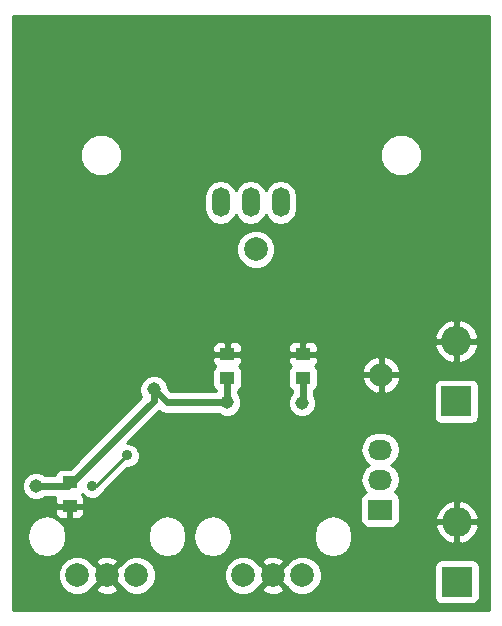
<source format=gbl>
G04 #@! TF.FileFunction,Copper,L2,Bot,Signal*
%FSLAX46Y46*%
G04 Gerber Fmt 4.6, Leading zero omitted, Abs format (unit mm)*
G04 Created by KiCad (PCBNEW 4.0.4+e1-6308~48~ubuntu14.04.1-stable) date Sat Oct 22 18:10:56 2016*
%MOMM*%
%LPD*%
G01*
G04 APERTURE LIST*
%ADD10C,0.100000*%
%ADD11R,1.250000X1.000000*%
%ADD12R,2.032000X1.727200*%
%ADD13O,2.032000X1.727200*%
%ADD14O,1.501140X2.499360*%
%ADD15C,1.998980*%
%ADD16C,2.000000*%
%ADD17R,2.540000X2.540000*%
%ADD18O,2.540000X2.540000*%
%ADD19C,1.143000*%
%ADD20C,0.889000*%
%ADD21C,0.609600*%
%ADD22C,0.254000*%
G04 APERTURE END LIST*
D10*
D11*
X144142460Y-80500980D03*
X144142460Y-82500980D03*
X163901120Y-71652640D03*
X163901120Y-69652640D03*
X157500320Y-71652640D03*
X157500320Y-69652640D03*
D12*
X170434000Y-82804000D03*
D13*
X170434000Y-80264000D03*
X170434000Y-77724000D03*
D14*
X159473900Y-56794400D03*
X156933900Y-56794400D03*
X162013900Y-56794400D03*
D15*
X159905700Y-60769500D03*
X170512302Y-71376102D03*
D16*
X144807300Y-88366600D03*
X147307300Y-88366600D03*
X149807300Y-88366600D03*
X158853500Y-88366600D03*
X161353500Y-88366600D03*
X163853500Y-88366600D03*
D17*
X176936400Y-88912700D03*
D18*
X176936400Y-83832700D03*
D17*
X176888140Y-73619360D03*
D18*
X176888140Y-68539360D03*
D19*
X157467300Y-73723500D03*
X151262080Y-72623680D03*
X141335760Y-80802480D03*
X160705800Y-77457300D03*
X163819840Y-73781920D03*
D20*
X146060160Y-80792320D03*
X148986240Y-78211680D03*
D21*
X157467300Y-73723500D02*
X157467300Y-71685660D01*
X157467300Y-71685660D02*
X157500320Y-71652640D01*
X141335760Y-80802480D02*
X144023840Y-80802480D01*
X144023840Y-80802480D02*
X151262080Y-73564240D01*
X151262080Y-73564240D02*
X151262080Y-72623680D01*
X157467300Y-73723500D02*
X152361900Y-73723500D01*
X152361900Y-73723500D02*
X151262080Y-72623680D01*
X151262080Y-72623680D02*
X151262080Y-72644000D01*
X141335760Y-80802480D02*
X141343380Y-80802480D01*
X163901120Y-73700640D02*
X163901120Y-71652640D01*
X163819840Y-73781920D02*
X163901120Y-73700640D01*
D22*
X146405600Y-80792320D02*
X146060160Y-80792320D01*
X148986240Y-78211680D02*
X146405600Y-80792320D01*
G36*
X179655000Y-91263000D02*
X139394400Y-91263000D01*
X139394400Y-88690395D01*
X143172016Y-88690395D01*
X143420406Y-89291543D01*
X143879937Y-89751878D01*
X144480652Y-90001316D01*
X145131095Y-90001884D01*
X145732243Y-89753494D01*
X145967015Y-89519132D01*
X146334373Y-89519132D01*
X146433036Y-89785987D01*
X147042761Y-90012508D01*
X147692760Y-89988456D01*
X148181564Y-89785987D01*
X148280227Y-89519132D01*
X147307300Y-88546205D01*
X146334373Y-89519132D01*
X145967015Y-89519132D01*
X146149052Y-89337413D01*
X146154768Y-89339527D01*
X147127695Y-88366600D01*
X147486905Y-88366600D01*
X148459832Y-89339527D01*
X148466022Y-89337239D01*
X148879937Y-89751878D01*
X149480652Y-90001316D01*
X150131095Y-90001884D01*
X150732243Y-89753494D01*
X151192578Y-89293963D01*
X151442016Y-88693248D01*
X151442018Y-88690395D01*
X157218216Y-88690395D01*
X157466606Y-89291543D01*
X157926137Y-89751878D01*
X158526852Y-90001316D01*
X159177295Y-90001884D01*
X159778443Y-89753494D01*
X160013215Y-89519132D01*
X160380573Y-89519132D01*
X160479236Y-89785987D01*
X161088961Y-90012508D01*
X161738960Y-89988456D01*
X162227764Y-89785987D01*
X162326427Y-89519132D01*
X161353500Y-88546205D01*
X160380573Y-89519132D01*
X160013215Y-89519132D01*
X160195252Y-89337413D01*
X160200968Y-89339527D01*
X161173895Y-88366600D01*
X161533105Y-88366600D01*
X162506032Y-89339527D01*
X162512222Y-89337239D01*
X162926137Y-89751878D01*
X163526852Y-90001316D01*
X164177295Y-90001884D01*
X164778443Y-89753494D01*
X165238778Y-89293963D01*
X165488216Y-88693248D01*
X165488784Y-88042805D01*
X165323464Y-87642700D01*
X175018960Y-87642700D01*
X175018960Y-90182700D01*
X175063238Y-90418017D01*
X175202310Y-90634141D01*
X175414510Y-90779131D01*
X175666400Y-90830140D01*
X178206400Y-90830140D01*
X178441717Y-90785862D01*
X178657841Y-90646790D01*
X178802831Y-90434590D01*
X178853840Y-90182700D01*
X178853840Y-87642700D01*
X178809562Y-87407383D01*
X178670490Y-87191259D01*
X178458290Y-87046269D01*
X178206400Y-86995260D01*
X175666400Y-86995260D01*
X175431083Y-87039538D01*
X175214959Y-87178610D01*
X175069969Y-87390810D01*
X175018960Y-87642700D01*
X165323464Y-87642700D01*
X165240394Y-87441657D01*
X164780863Y-86981322D01*
X164180148Y-86731884D01*
X163529705Y-86731316D01*
X162928557Y-86979706D01*
X162511748Y-87395787D01*
X162506032Y-87393673D01*
X161533105Y-88366600D01*
X161173895Y-88366600D01*
X160200968Y-87393673D01*
X160194778Y-87395961D01*
X160013203Y-87214068D01*
X160380573Y-87214068D01*
X161353500Y-88186995D01*
X162326427Y-87214068D01*
X162227764Y-86947213D01*
X161618039Y-86720692D01*
X160968040Y-86744744D01*
X160479236Y-86947213D01*
X160380573Y-87214068D01*
X160013203Y-87214068D01*
X159780863Y-86981322D01*
X159180148Y-86731884D01*
X158529705Y-86731316D01*
X157928557Y-86979706D01*
X157468222Y-87439237D01*
X157218784Y-88039952D01*
X157218216Y-88690395D01*
X151442018Y-88690395D01*
X151442584Y-88042805D01*
X151194194Y-87441657D01*
X150734663Y-86981322D01*
X150133948Y-86731884D01*
X149483505Y-86731316D01*
X148882357Y-86979706D01*
X148465548Y-87395787D01*
X148459832Y-87393673D01*
X147486905Y-88366600D01*
X147127695Y-88366600D01*
X146154768Y-87393673D01*
X146148578Y-87395961D01*
X145967003Y-87214068D01*
X146334373Y-87214068D01*
X147307300Y-88186995D01*
X148280227Y-87214068D01*
X148181564Y-86947213D01*
X147571839Y-86720692D01*
X146921840Y-86744744D01*
X146433036Y-86947213D01*
X146334373Y-87214068D01*
X145967003Y-87214068D01*
X145734663Y-86981322D01*
X145133948Y-86731884D01*
X144483505Y-86731316D01*
X143882357Y-86979706D01*
X143422022Y-87439237D01*
X143172584Y-88039952D01*
X143172016Y-88690395D01*
X139394400Y-88690395D01*
X139394400Y-84932609D01*
X140572300Y-84932609D01*
X140572300Y-85200591D01*
X140696757Y-85826278D01*
X141051180Y-86356711D01*
X141581613Y-86711134D01*
X142207300Y-86835591D01*
X142832987Y-86711134D01*
X143363420Y-86356711D01*
X143717843Y-85826278D01*
X143842300Y-85200591D01*
X143842300Y-84932609D01*
X150772300Y-84932609D01*
X150772300Y-85200591D01*
X150896757Y-85826278D01*
X151251180Y-86356711D01*
X151781613Y-86711134D01*
X152407300Y-86835591D01*
X153032987Y-86711134D01*
X153563420Y-86356711D01*
X153917843Y-85826278D01*
X154042300Y-85200591D01*
X154042300Y-84932609D01*
X154618500Y-84932609D01*
X154618500Y-85200591D01*
X154742957Y-85826278D01*
X155097380Y-86356711D01*
X155627813Y-86711134D01*
X156253500Y-86835591D01*
X156879187Y-86711134D01*
X157409620Y-86356711D01*
X157764043Y-85826278D01*
X157888500Y-85200591D01*
X157888500Y-84932609D01*
X164818500Y-84932609D01*
X164818500Y-85200591D01*
X164942957Y-85826278D01*
X165297380Y-86356711D01*
X165827813Y-86711134D01*
X166453500Y-86835591D01*
X167079187Y-86711134D01*
X167609620Y-86356711D01*
X167964043Y-85826278D01*
X168088500Y-85200591D01*
X168088500Y-84932609D01*
X167964043Y-84306922D01*
X167609620Y-83776489D01*
X167079187Y-83422066D01*
X166453500Y-83297609D01*
X165827813Y-83422066D01*
X165297380Y-83776489D01*
X164942957Y-84306922D01*
X164818500Y-84932609D01*
X157888500Y-84932609D01*
X157764043Y-84306922D01*
X157409620Y-83776489D01*
X156879187Y-83422066D01*
X156253500Y-83297609D01*
X155627813Y-83422066D01*
X155097380Y-83776489D01*
X154742957Y-84306922D01*
X154618500Y-84932609D01*
X154042300Y-84932609D01*
X153917843Y-84306922D01*
X153563420Y-83776489D01*
X153032987Y-83422066D01*
X152407300Y-83297609D01*
X151781613Y-83422066D01*
X151251180Y-83776489D01*
X150896757Y-84306922D01*
X150772300Y-84932609D01*
X143842300Y-84932609D01*
X143717843Y-84306922D01*
X143363420Y-83776489D01*
X142832987Y-83422066D01*
X142207300Y-83297609D01*
X141581613Y-83422066D01*
X141051180Y-83776489D01*
X140696757Y-84306922D01*
X140572300Y-84932609D01*
X139394400Y-84932609D01*
X139394400Y-82786730D01*
X142882460Y-82786730D01*
X142882460Y-83127289D01*
X142979133Y-83360678D01*
X143157761Y-83539307D01*
X143391150Y-83635980D01*
X143856710Y-83635980D01*
X144015460Y-83477230D01*
X144015460Y-82627980D01*
X144269460Y-82627980D01*
X144269460Y-83477230D01*
X144428210Y-83635980D01*
X144893770Y-83635980D01*
X145127159Y-83539307D01*
X145305787Y-83360678D01*
X145402460Y-83127289D01*
X145402460Y-82786730D01*
X145243710Y-82627980D01*
X144269460Y-82627980D01*
X144015460Y-82627980D01*
X143041210Y-82627980D01*
X142882460Y-82786730D01*
X139394400Y-82786730D01*
X139394400Y-81041415D01*
X140129051Y-81041415D01*
X140312342Y-81485015D01*
X140651440Y-81824705D01*
X141094719Y-82008770D01*
X141574695Y-82009189D01*
X142018295Y-81825898D01*
X142102059Y-81742280D01*
X142937298Y-81742280D01*
X142882460Y-81874671D01*
X142882460Y-82215230D01*
X143041210Y-82373980D01*
X144015460Y-82373980D01*
X144015460Y-82353980D01*
X144269460Y-82353980D01*
X144269460Y-82373980D01*
X145243710Y-82373980D01*
X145402460Y-82215230D01*
X145402460Y-81874671D01*
X145305787Y-81641282D01*
X145164550Y-81500044D01*
X145211304Y-81469959D01*
X145447874Y-81706942D01*
X145844492Y-81871633D01*
X146273944Y-81872007D01*
X146670849Y-81708009D01*
X146974782Y-81404606D01*
X147048517Y-81227033D01*
X148984371Y-79291179D01*
X149200024Y-79291367D01*
X149596929Y-79127369D01*
X149900862Y-78823966D01*
X150065553Y-78427348D01*
X150065927Y-77997896D01*
X149952756Y-77724000D01*
X168750655Y-77724000D01*
X168864729Y-78297489D01*
X169189585Y-78783670D01*
X169504366Y-78994000D01*
X169189585Y-79204330D01*
X168864729Y-79690511D01*
X168750655Y-80264000D01*
X168864729Y-80837489D01*
X169189585Y-81323670D01*
X169203913Y-81333243D01*
X169182683Y-81337238D01*
X168966559Y-81476310D01*
X168821569Y-81688510D01*
X168770560Y-81940400D01*
X168770560Y-83667600D01*
X168814838Y-83902917D01*
X168953910Y-84119041D01*
X169166110Y-84264031D01*
X169418000Y-84315040D01*
X171450000Y-84315040D01*
X171685317Y-84270762D01*
X171709062Y-84255482D01*
X175078900Y-84255482D01*
X175382085Y-84934134D01*
X175921901Y-85445103D01*
X176513619Y-85690193D01*
X176809400Y-85574326D01*
X176809400Y-83959700D01*
X177063400Y-83959700D01*
X177063400Y-85574326D01*
X177359181Y-85690193D01*
X177950899Y-85445103D01*
X178490715Y-84934134D01*
X178793900Y-84255482D01*
X178678419Y-83959700D01*
X177063400Y-83959700D01*
X176809400Y-83959700D01*
X175194381Y-83959700D01*
X175078900Y-84255482D01*
X171709062Y-84255482D01*
X171901441Y-84131690D01*
X172046431Y-83919490D01*
X172097440Y-83667600D01*
X172097440Y-83409918D01*
X175078900Y-83409918D01*
X175194381Y-83705700D01*
X176809400Y-83705700D01*
X176809400Y-82091074D01*
X177063400Y-82091074D01*
X177063400Y-83705700D01*
X178678419Y-83705700D01*
X178793900Y-83409918D01*
X178490715Y-82731266D01*
X177950899Y-82220297D01*
X177359181Y-81975207D01*
X177063400Y-82091074D01*
X176809400Y-82091074D01*
X176513619Y-81975207D01*
X175921901Y-82220297D01*
X175382085Y-82731266D01*
X175078900Y-83409918D01*
X172097440Y-83409918D01*
X172097440Y-81940400D01*
X172053162Y-81705083D01*
X171914090Y-81488959D01*
X171701890Y-81343969D01*
X171660561Y-81335600D01*
X171678415Y-81323670D01*
X172003271Y-80837489D01*
X172117345Y-80264000D01*
X172003271Y-79690511D01*
X171678415Y-79204330D01*
X171363634Y-78994000D01*
X171678415Y-78783670D01*
X172003271Y-78297489D01*
X172117345Y-77724000D01*
X172003271Y-77150511D01*
X171678415Y-76664330D01*
X171192234Y-76339474D01*
X170618745Y-76225400D01*
X170249255Y-76225400D01*
X169675766Y-76339474D01*
X169189585Y-76664330D01*
X168864729Y-77150511D01*
X168750655Y-77724000D01*
X149952756Y-77724000D01*
X149901929Y-77600991D01*
X149598526Y-77297058D01*
X149201908Y-77132367D01*
X149023187Y-77132211D01*
X151739322Y-74416076D01*
X152002254Y-74591762D01*
X152361900Y-74663300D01*
X156700699Y-74663300D01*
X156782980Y-74745725D01*
X157226259Y-74929790D01*
X157706235Y-74930209D01*
X158149835Y-74746918D01*
X158489525Y-74407820D01*
X158650206Y-74020855D01*
X162613131Y-74020855D01*
X162796422Y-74464455D01*
X163135520Y-74804145D01*
X163578799Y-74988210D01*
X164058775Y-74988629D01*
X164502375Y-74805338D01*
X164842065Y-74466240D01*
X165026130Y-74022961D01*
X165026549Y-73542985D01*
X164843258Y-73099385D01*
X164840920Y-73097043D01*
X164840920Y-72704656D01*
X164977561Y-72616730D01*
X165122551Y-72404530D01*
X165173560Y-72152640D01*
X165173560Y-71761480D01*
X168890961Y-71761480D01*
X169161856Y-72352605D01*
X169638344Y-72795066D01*
X170126924Y-72997443D01*
X170385302Y-72878506D01*
X170385302Y-71503102D01*
X170639302Y-71503102D01*
X170639302Y-72878506D01*
X170897680Y-72997443D01*
X171488805Y-72726548D01*
X171839057Y-72349360D01*
X174970700Y-72349360D01*
X174970700Y-74889360D01*
X175014978Y-75124677D01*
X175154050Y-75340801D01*
X175366250Y-75485791D01*
X175618140Y-75536800D01*
X178158140Y-75536800D01*
X178393457Y-75492522D01*
X178609581Y-75353450D01*
X178754571Y-75141250D01*
X178805580Y-74889360D01*
X178805580Y-72349360D01*
X178761302Y-72114043D01*
X178622230Y-71897919D01*
X178410030Y-71752929D01*
X178158140Y-71701920D01*
X175618140Y-71701920D01*
X175382823Y-71746198D01*
X175166699Y-71885270D01*
X175021709Y-72097470D01*
X174970700Y-72349360D01*
X171839057Y-72349360D01*
X171931266Y-72250060D01*
X172133643Y-71761480D01*
X172014706Y-71503102D01*
X170639302Y-71503102D01*
X170385302Y-71503102D01*
X169009898Y-71503102D01*
X168890961Y-71761480D01*
X165173560Y-71761480D01*
X165173560Y-71152640D01*
X165143094Y-70990724D01*
X168890961Y-70990724D01*
X169009898Y-71249102D01*
X170385302Y-71249102D01*
X170385302Y-69873698D01*
X170639302Y-69873698D01*
X170639302Y-71249102D01*
X172014706Y-71249102D01*
X172133643Y-70990724D01*
X171862748Y-70399599D01*
X171386260Y-69957138D01*
X170897680Y-69754761D01*
X170639302Y-69873698D01*
X170385302Y-69873698D01*
X170126924Y-69754761D01*
X169535799Y-70025656D01*
X169093338Y-70502144D01*
X168890961Y-70990724D01*
X165143094Y-70990724D01*
X165129282Y-70917323D01*
X164990210Y-70701199D01*
X164922114Y-70654671D01*
X165064447Y-70512338D01*
X165161120Y-70278949D01*
X165161120Y-69938390D01*
X165002370Y-69779640D01*
X164028120Y-69779640D01*
X164028120Y-69799640D01*
X163774120Y-69799640D01*
X163774120Y-69779640D01*
X162799870Y-69779640D01*
X162641120Y-69938390D01*
X162641120Y-70278949D01*
X162737793Y-70512338D01*
X162879030Y-70653576D01*
X162824679Y-70688550D01*
X162679689Y-70900750D01*
X162628680Y-71152640D01*
X162628680Y-72152640D01*
X162672958Y-72387957D01*
X162812030Y-72604081D01*
X162961320Y-72706086D01*
X162961320Y-72934180D01*
X162797615Y-73097600D01*
X162613550Y-73540879D01*
X162613131Y-74020855D01*
X158650206Y-74020855D01*
X158673590Y-73964541D01*
X158674009Y-73484565D01*
X158490718Y-73040965D01*
X158407100Y-72957201D01*
X158407100Y-72725904D01*
X158576761Y-72616730D01*
X158721751Y-72404530D01*
X158772760Y-72152640D01*
X158772760Y-71152640D01*
X158728482Y-70917323D01*
X158589410Y-70701199D01*
X158521314Y-70654671D01*
X158663647Y-70512338D01*
X158760320Y-70278949D01*
X158760320Y-69938390D01*
X158601570Y-69779640D01*
X157627320Y-69779640D01*
X157627320Y-69799640D01*
X157373320Y-69799640D01*
X157373320Y-69779640D01*
X156399070Y-69779640D01*
X156240320Y-69938390D01*
X156240320Y-70278949D01*
X156336993Y-70512338D01*
X156478230Y-70653576D01*
X156423879Y-70688550D01*
X156278889Y-70900750D01*
X156227880Y-71152640D01*
X156227880Y-72152640D01*
X156272158Y-72387957D01*
X156411230Y-72604081D01*
X156527500Y-72683525D01*
X156527500Y-72783700D01*
X152751178Y-72783700D01*
X152468687Y-72501209D01*
X152468789Y-72384745D01*
X152285498Y-71941145D01*
X151946400Y-71601455D01*
X151503121Y-71417390D01*
X151023145Y-71416971D01*
X150579545Y-71600262D01*
X150239855Y-71939360D01*
X150055790Y-72382639D01*
X150055371Y-72862615D01*
X150224734Y-73272508D01*
X144143702Y-79353540D01*
X143517460Y-79353540D01*
X143282143Y-79397818D01*
X143066019Y-79536890D01*
X142921029Y-79749090D01*
X142898026Y-79862680D01*
X142102361Y-79862680D01*
X142020080Y-79780255D01*
X141576801Y-79596190D01*
X141096825Y-79595771D01*
X140653225Y-79779062D01*
X140313535Y-80118160D01*
X140129470Y-80561439D01*
X140129051Y-81041415D01*
X139394400Y-81041415D01*
X139394400Y-69026331D01*
X156240320Y-69026331D01*
X156240320Y-69366890D01*
X156399070Y-69525640D01*
X157373320Y-69525640D01*
X157373320Y-68676390D01*
X157627320Y-68676390D01*
X157627320Y-69525640D01*
X158601570Y-69525640D01*
X158760320Y-69366890D01*
X158760320Y-69026331D01*
X162641120Y-69026331D01*
X162641120Y-69366890D01*
X162799870Y-69525640D01*
X163774120Y-69525640D01*
X163774120Y-68676390D01*
X164028120Y-68676390D01*
X164028120Y-69525640D01*
X165002370Y-69525640D01*
X165161120Y-69366890D01*
X165161120Y-69026331D01*
X165134533Y-68962142D01*
X175030640Y-68962142D01*
X175333825Y-69640794D01*
X175873641Y-70151763D01*
X176465359Y-70396853D01*
X176761140Y-70280986D01*
X176761140Y-68666360D01*
X177015140Y-68666360D01*
X177015140Y-70280986D01*
X177310921Y-70396853D01*
X177902639Y-70151763D01*
X178442455Y-69640794D01*
X178745640Y-68962142D01*
X178630159Y-68666360D01*
X177015140Y-68666360D01*
X176761140Y-68666360D01*
X175146121Y-68666360D01*
X175030640Y-68962142D01*
X165134533Y-68962142D01*
X165064447Y-68792942D01*
X164885819Y-68614313D01*
X164652430Y-68517640D01*
X164186870Y-68517640D01*
X164028120Y-68676390D01*
X163774120Y-68676390D01*
X163615370Y-68517640D01*
X163149810Y-68517640D01*
X162916421Y-68614313D01*
X162737793Y-68792942D01*
X162641120Y-69026331D01*
X158760320Y-69026331D01*
X158663647Y-68792942D01*
X158485019Y-68614313D01*
X158251630Y-68517640D01*
X157786070Y-68517640D01*
X157627320Y-68676390D01*
X157373320Y-68676390D01*
X157214570Y-68517640D01*
X156749010Y-68517640D01*
X156515621Y-68614313D01*
X156336993Y-68792942D01*
X156240320Y-69026331D01*
X139394400Y-69026331D01*
X139394400Y-68116578D01*
X175030640Y-68116578D01*
X175146121Y-68412360D01*
X176761140Y-68412360D01*
X176761140Y-66797734D01*
X177015140Y-66797734D01*
X177015140Y-68412360D01*
X178630159Y-68412360D01*
X178745640Y-68116578D01*
X178442455Y-67437926D01*
X177902639Y-66926957D01*
X177310921Y-66681867D01*
X177015140Y-66797734D01*
X176761140Y-66797734D01*
X176465359Y-66681867D01*
X175873641Y-66926957D01*
X175333825Y-67437926D01*
X175030640Y-68116578D01*
X139394400Y-68116578D01*
X139394400Y-61093194D01*
X158270926Y-61093194D01*
X158519238Y-61694155D01*
X158978627Y-62154346D01*
X159579153Y-62403706D01*
X160229394Y-62404274D01*
X160830355Y-62155962D01*
X161290546Y-61696573D01*
X161539906Y-61096047D01*
X161540474Y-60445806D01*
X161292162Y-59844845D01*
X160832773Y-59384654D01*
X160232247Y-59135294D01*
X159582006Y-59134726D01*
X158981045Y-59383038D01*
X158520854Y-59842427D01*
X158271494Y-60442953D01*
X158270926Y-61093194D01*
X139394400Y-61093194D01*
X139394400Y-56258367D01*
X155548330Y-56258367D01*
X155548330Y-57330433D01*
X155653800Y-57860668D01*
X155954154Y-58310179D01*
X156403665Y-58610533D01*
X156933900Y-58716003D01*
X157464135Y-58610533D01*
X157913646Y-58310179D01*
X158203900Y-57875784D01*
X158494154Y-58310179D01*
X158943665Y-58610533D01*
X159473900Y-58716003D01*
X160004135Y-58610533D01*
X160453646Y-58310179D01*
X160743900Y-57875784D01*
X161034154Y-58310179D01*
X161483665Y-58610533D01*
X162013900Y-58716003D01*
X162544135Y-58610533D01*
X162993646Y-58310179D01*
X163294000Y-57860668D01*
X163399470Y-57330433D01*
X163399470Y-56258367D01*
X163294000Y-55728132D01*
X162993646Y-55278621D01*
X162544135Y-54978267D01*
X162013900Y-54872797D01*
X161483665Y-54978267D01*
X161034154Y-55278621D01*
X160743900Y-55713016D01*
X160453646Y-55278621D01*
X160004135Y-54978267D01*
X159473900Y-54872797D01*
X158943665Y-54978267D01*
X158494154Y-55278621D01*
X158203900Y-55713016D01*
X157913646Y-55278621D01*
X157464135Y-54978267D01*
X156933900Y-54872797D01*
X156403665Y-54978267D01*
X155954154Y-55278621D01*
X155653800Y-55728132D01*
X155548330Y-56258367D01*
X139394400Y-56258367D01*
X139394400Y-53148530D01*
X144995590Y-53148530D01*
X145267633Y-53806925D01*
X145770925Y-54311096D01*
X146428845Y-54584289D01*
X147141230Y-54584910D01*
X147799625Y-54312867D01*
X148303796Y-53809575D01*
X148576989Y-53151655D01*
X148576991Y-53148530D01*
X170395590Y-53148530D01*
X170667633Y-53806925D01*
X171170925Y-54311096D01*
X171828845Y-54584289D01*
X172541230Y-54584910D01*
X173199625Y-54312867D01*
X173703796Y-53809575D01*
X173976989Y-53151655D01*
X173977610Y-52439270D01*
X173705567Y-51780875D01*
X173202275Y-51276704D01*
X172544355Y-51003511D01*
X171831970Y-51002890D01*
X171173575Y-51274933D01*
X170669404Y-51778225D01*
X170396211Y-52436145D01*
X170395590Y-53148530D01*
X148576991Y-53148530D01*
X148577610Y-52439270D01*
X148305567Y-51780875D01*
X147802275Y-51276704D01*
X147144355Y-51003511D01*
X146431970Y-51002890D01*
X145773575Y-51274933D01*
X145269404Y-51778225D01*
X144996211Y-52436145D01*
X144995590Y-53148530D01*
X139394400Y-53148530D01*
X139394400Y-40994800D01*
X179655000Y-40994800D01*
X179655000Y-91263000D01*
X179655000Y-91263000D01*
G37*
X179655000Y-91263000D02*
X139394400Y-91263000D01*
X139394400Y-88690395D01*
X143172016Y-88690395D01*
X143420406Y-89291543D01*
X143879937Y-89751878D01*
X144480652Y-90001316D01*
X145131095Y-90001884D01*
X145732243Y-89753494D01*
X145967015Y-89519132D01*
X146334373Y-89519132D01*
X146433036Y-89785987D01*
X147042761Y-90012508D01*
X147692760Y-89988456D01*
X148181564Y-89785987D01*
X148280227Y-89519132D01*
X147307300Y-88546205D01*
X146334373Y-89519132D01*
X145967015Y-89519132D01*
X146149052Y-89337413D01*
X146154768Y-89339527D01*
X147127695Y-88366600D01*
X147486905Y-88366600D01*
X148459832Y-89339527D01*
X148466022Y-89337239D01*
X148879937Y-89751878D01*
X149480652Y-90001316D01*
X150131095Y-90001884D01*
X150732243Y-89753494D01*
X151192578Y-89293963D01*
X151442016Y-88693248D01*
X151442018Y-88690395D01*
X157218216Y-88690395D01*
X157466606Y-89291543D01*
X157926137Y-89751878D01*
X158526852Y-90001316D01*
X159177295Y-90001884D01*
X159778443Y-89753494D01*
X160013215Y-89519132D01*
X160380573Y-89519132D01*
X160479236Y-89785987D01*
X161088961Y-90012508D01*
X161738960Y-89988456D01*
X162227764Y-89785987D01*
X162326427Y-89519132D01*
X161353500Y-88546205D01*
X160380573Y-89519132D01*
X160013215Y-89519132D01*
X160195252Y-89337413D01*
X160200968Y-89339527D01*
X161173895Y-88366600D01*
X161533105Y-88366600D01*
X162506032Y-89339527D01*
X162512222Y-89337239D01*
X162926137Y-89751878D01*
X163526852Y-90001316D01*
X164177295Y-90001884D01*
X164778443Y-89753494D01*
X165238778Y-89293963D01*
X165488216Y-88693248D01*
X165488784Y-88042805D01*
X165323464Y-87642700D01*
X175018960Y-87642700D01*
X175018960Y-90182700D01*
X175063238Y-90418017D01*
X175202310Y-90634141D01*
X175414510Y-90779131D01*
X175666400Y-90830140D01*
X178206400Y-90830140D01*
X178441717Y-90785862D01*
X178657841Y-90646790D01*
X178802831Y-90434590D01*
X178853840Y-90182700D01*
X178853840Y-87642700D01*
X178809562Y-87407383D01*
X178670490Y-87191259D01*
X178458290Y-87046269D01*
X178206400Y-86995260D01*
X175666400Y-86995260D01*
X175431083Y-87039538D01*
X175214959Y-87178610D01*
X175069969Y-87390810D01*
X175018960Y-87642700D01*
X165323464Y-87642700D01*
X165240394Y-87441657D01*
X164780863Y-86981322D01*
X164180148Y-86731884D01*
X163529705Y-86731316D01*
X162928557Y-86979706D01*
X162511748Y-87395787D01*
X162506032Y-87393673D01*
X161533105Y-88366600D01*
X161173895Y-88366600D01*
X160200968Y-87393673D01*
X160194778Y-87395961D01*
X160013203Y-87214068D01*
X160380573Y-87214068D01*
X161353500Y-88186995D01*
X162326427Y-87214068D01*
X162227764Y-86947213D01*
X161618039Y-86720692D01*
X160968040Y-86744744D01*
X160479236Y-86947213D01*
X160380573Y-87214068D01*
X160013203Y-87214068D01*
X159780863Y-86981322D01*
X159180148Y-86731884D01*
X158529705Y-86731316D01*
X157928557Y-86979706D01*
X157468222Y-87439237D01*
X157218784Y-88039952D01*
X157218216Y-88690395D01*
X151442018Y-88690395D01*
X151442584Y-88042805D01*
X151194194Y-87441657D01*
X150734663Y-86981322D01*
X150133948Y-86731884D01*
X149483505Y-86731316D01*
X148882357Y-86979706D01*
X148465548Y-87395787D01*
X148459832Y-87393673D01*
X147486905Y-88366600D01*
X147127695Y-88366600D01*
X146154768Y-87393673D01*
X146148578Y-87395961D01*
X145967003Y-87214068D01*
X146334373Y-87214068D01*
X147307300Y-88186995D01*
X148280227Y-87214068D01*
X148181564Y-86947213D01*
X147571839Y-86720692D01*
X146921840Y-86744744D01*
X146433036Y-86947213D01*
X146334373Y-87214068D01*
X145967003Y-87214068D01*
X145734663Y-86981322D01*
X145133948Y-86731884D01*
X144483505Y-86731316D01*
X143882357Y-86979706D01*
X143422022Y-87439237D01*
X143172584Y-88039952D01*
X143172016Y-88690395D01*
X139394400Y-88690395D01*
X139394400Y-84932609D01*
X140572300Y-84932609D01*
X140572300Y-85200591D01*
X140696757Y-85826278D01*
X141051180Y-86356711D01*
X141581613Y-86711134D01*
X142207300Y-86835591D01*
X142832987Y-86711134D01*
X143363420Y-86356711D01*
X143717843Y-85826278D01*
X143842300Y-85200591D01*
X143842300Y-84932609D01*
X150772300Y-84932609D01*
X150772300Y-85200591D01*
X150896757Y-85826278D01*
X151251180Y-86356711D01*
X151781613Y-86711134D01*
X152407300Y-86835591D01*
X153032987Y-86711134D01*
X153563420Y-86356711D01*
X153917843Y-85826278D01*
X154042300Y-85200591D01*
X154042300Y-84932609D01*
X154618500Y-84932609D01*
X154618500Y-85200591D01*
X154742957Y-85826278D01*
X155097380Y-86356711D01*
X155627813Y-86711134D01*
X156253500Y-86835591D01*
X156879187Y-86711134D01*
X157409620Y-86356711D01*
X157764043Y-85826278D01*
X157888500Y-85200591D01*
X157888500Y-84932609D01*
X164818500Y-84932609D01*
X164818500Y-85200591D01*
X164942957Y-85826278D01*
X165297380Y-86356711D01*
X165827813Y-86711134D01*
X166453500Y-86835591D01*
X167079187Y-86711134D01*
X167609620Y-86356711D01*
X167964043Y-85826278D01*
X168088500Y-85200591D01*
X168088500Y-84932609D01*
X167964043Y-84306922D01*
X167609620Y-83776489D01*
X167079187Y-83422066D01*
X166453500Y-83297609D01*
X165827813Y-83422066D01*
X165297380Y-83776489D01*
X164942957Y-84306922D01*
X164818500Y-84932609D01*
X157888500Y-84932609D01*
X157764043Y-84306922D01*
X157409620Y-83776489D01*
X156879187Y-83422066D01*
X156253500Y-83297609D01*
X155627813Y-83422066D01*
X155097380Y-83776489D01*
X154742957Y-84306922D01*
X154618500Y-84932609D01*
X154042300Y-84932609D01*
X153917843Y-84306922D01*
X153563420Y-83776489D01*
X153032987Y-83422066D01*
X152407300Y-83297609D01*
X151781613Y-83422066D01*
X151251180Y-83776489D01*
X150896757Y-84306922D01*
X150772300Y-84932609D01*
X143842300Y-84932609D01*
X143717843Y-84306922D01*
X143363420Y-83776489D01*
X142832987Y-83422066D01*
X142207300Y-83297609D01*
X141581613Y-83422066D01*
X141051180Y-83776489D01*
X140696757Y-84306922D01*
X140572300Y-84932609D01*
X139394400Y-84932609D01*
X139394400Y-82786730D01*
X142882460Y-82786730D01*
X142882460Y-83127289D01*
X142979133Y-83360678D01*
X143157761Y-83539307D01*
X143391150Y-83635980D01*
X143856710Y-83635980D01*
X144015460Y-83477230D01*
X144015460Y-82627980D01*
X144269460Y-82627980D01*
X144269460Y-83477230D01*
X144428210Y-83635980D01*
X144893770Y-83635980D01*
X145127159Y-83539307D01*
X145305787Y-83360678D01*
X145402460Y-83127289D01*
X145402460Y-82786730D01*
X145243710Y-82627980D01*
X144269460Y-82627980D01*
X144015460Y-82627980D01*
X143041210Y-82627980D01*
X142882460Y-82786730D01*
X139394400Y-82786730D01*
X139394400Y-81041415D01*
X140129051Y-81041415D01*
X140312342Y-81485015D01*
X140651440Y-81824705D01*
X141094719Y-82008770D01*
X141574695Y-82009189D01*
X142018295Y-81825898D01*
X142102059Y-81742280D01*
X142937298Y-81742280D01*
X142882460Y-81874671D01*
X142882460Y-82215230D01*
X143041210Y-82373980D01*
X144015460Y-82373980D01*
X144015460Y-82353980D01*
X144269460Y-82353980D01*
X144269460Y-82373980D01*
X145243710Y-82373980D01*
X145402460Y-82215230D01*
X145402460Y-81874671D01*
X145305787Y-81641282D01*
X145164550Y-81500044D01*
X145211304Y-81469959D01*
X145447874Y-81706942D01*
X145844492Y-81871633D01*
X146273944Y-81872007D01*
X146670849Y-81708009D01*
X146974782Y-81404606D01*
X147048517Y-81227033D01*
X148984371Y-79291179D01*
X149200024Y-79291367D01*
X149596929Y-79127369D01*
X149900862Y-78823966D01*
X150065553Y-78427348D01*
X150065927Y-77997896D01*
X149952756Y-77724000D01*
X168750655Y-77724000D01*
X168864729Y-78297489D01*
X169189585Y-78783670D01*
X169504366Y-78994000D01*
X169189585Y-79204330D01*
X168864729Y-79690511D01*
X168750655Y-80264000D01*
X168864729Y-80837489D01*
X169189585Y-81323670D01*
X169203913Y-81333243D01*
X169182683Y-81337238D01*
X168966559Y-81476310D01*
X168821569Y-81688510D01*
X168770560Y-81940400D01*
X168770560Y-83667600D01*
X168814838Y-83902917D01*
X168953910Y-84119041D01*
X169166110Y-84264031D01*
X169418000Y-84315040D01*
X171450000Y-84315040D01*
X171685317Y-84270762D01*
X171709062Y-84255482D01*
X175078900Y-84255482D01*
X175382085Y-84934134D01*
X175921901Y-85445103D01*
X176513619Y-85690193D01*
X176809400Y-85574326D01*
X176809400Y-83959700D01*
X177063400Y-83959700D01*
X177063400Y-85574326D01*
X177359181Y-85690193D01*
X177950899Y-85445103D01*
X178490715Y-84934134D01*
X178793900Y-84255482D01*
X178678419Y-83959700D01*
X177063400Y-83959700D01*
X176809400Y-83959700D01*
X175194381Y-83959700D01*
X175078900Y-84255482D01*
X171709062Y-84255482D01*
X171901441Y-84131690D01*
X172046431Y-83919490D01*
X172097440Y-83667600D01*
X172097440Y-83409918D01*
X175078900Y-83409918D01*
X175194381Y-83705700D01*
X176809400Y-83705700D01*
X176809400Y-82091074D01*
X177063400Y-82091074D01*
X177063400Y-83705700D01*
X178678419Y-83705700D01*
X178793900Y-83409918D01*
X178490715Y-82731266D01*
X177950899Y-82220297D01*
X177359181Y-81975207D01*
X177063400Y-82091074D01*
X176809400Y-82091074D01*
X176513619Y-81975207D01*
X175921901Y-82220297D01*
X175382085Y-82731266D01*
X175078900Y-83409918D01*
X172097440Y-83409918D01*
X172097440Y-81940400D01*
X172053162Y-81705083D01*
X171914090Y-81488959D01*
X171701890Y-81343969D01*
X171660561Y-81335600D01*
X171678415Y-81323670D01*
X172003271Y-80837489D01*
X172117345Y-80264000D01*
X172003271Y-79690511D01*
X171678415Y-79204330D01*
X171363634Y-78994000D01*
X171678415Y-78783670D01*
X172003271Y-78297489D01*
X172117345Y-77724000D01*
X172003271Y-77150511D01*
X171678415Y-76664330D01*
X171192234Y-76339474D01*
X170618745Y-76225400D01*
X170249255Y-76225400D01*
X169675766Y-76339474D01*
X169189585Y-76664330D01*
X168864729Y-77150511D01*
X168750655Y-77724000D01*
X149952756Y-77724000D01*
X149901929Y-77600991D01*
X149598526Y-77297058D01*
X149201908Y-77132367D01*
X149023187Y-77132211D01*
X151739322Y-74416076D01*
X152002254Y-74591762D01*
X152361900Y-74663300D01*
X156700699Y-74663300D01*
X156782980Y-74745725D01*
X157226259Y-74929790D01*
X157706235Y-74930209D01*
X158149835Y-74746918D01*
X158489525Y-74407820D01*
X158650206Y-74020855D01*
X162613131Y-74020855D01*
X162796422Y-74464455D01*
X163135520Y-74804145D01*
X163578799Y-74988210D01*
X164058775Y-74988629D01*
X164502375Y-74805338D01*
X164842065Y-74466240D01*
X165026130Y-74022961D01*
X165026549Y-73542985D01*
X164843258Y-73099385D01*
X164840920Y-73097043D01*
X164840920Y-72704656D01*
X164977561Y-72616730D01*
X165122551Y-72404530D01*
X165173560Y-72152640D01*
X165173560Y-71761480D01*
X168890961Y-71761480D01*
X169161856Y-72352605D01*
X169638344Y-72795066D01*
X170126924Y-72997443D01*
X170385302Y-72878506D01*
X170385302Y-71503102D01*
X170639302Y-71503102D01*
X170639302Y-72878506D01*
X170897680Y-72997443D01*
X171488805Y-72726548D01*
X171839057Y-72349360D01*
X174970700Y-72349360D01*
X174970700Y-74889360D01*
X175014978Y-75124677D01*
X175154050Y-75340801D01*
X175366250Y-75485791D01*
X175618140Y-75536800D01*
X178158140Y-75536800D01*
X178393457Y-75492522D01*
X178609581Y-75353450D01*
X178754571Y-75141250D01*
X178805580Y-74889360D01*
X178805580Y-72349360D01*
X178761302Y-72114043D01*
X178622230Y-71897919D01*
X178410030Y-71752929D01*
X178158140Y-71701920D01*
X175618140Y-71701920D01*
X175382823Y-71746198D01*
X175166699Y-71885270D01*
X175021709Y-72097470D01*
X174970700Y-72349360D01*
X171839057Y-72349360D01*
X171931266Y-72250060D01*
X172133643Y-71761480D01*
X172014706Y-71503102D01*
X170639302Y-71503102D01*
X170385302Y-71503102D01*
X169009898Y-71503102D01*
X168890961Y-71761480D01*
X165173560Y-71761480D01*
X165173560Y-71152640D01*
X165143094Y-70990724D01*
X168890961Y-70990724D01*
X169009898Y-71249102D01*
X170385302Y-71249102D01*
X170385302Y-69873698D01*
X170639302Y-69873698D01*
X170639302Y-71249102D01*
X172014706Y-71249102D01*
X172133643Y-70990724D01*
X171862748Y-70399599D01*
X171386260Y-69957138D01*
X170897680Y-69754761D01*
X170639302Y-69873698D01*
X170385302Y-69873698D01*
X170126924Y-69754761D01*
X169535799Y-70025656D01*
X169093338Y-70502144D01*
X168890961Y-70990724D01*
X165143094Y-70990724D01*
X165129282Y-70917323D01*
X164990210Y-70701199D01*
X164922114Y-70654671D01*
X165064447Y-70512338D01*
X165161120Y-70278949D01*
X165161120Y-69938390D01*
X165002370Y-69779640D01*
X164028120Y-69779640D01*
X164028120Y-69799640D01*
X163774120Y-69799640D01*
X163774120Y-69779640D01*
X162799870Y-69779640D01*
X162641120Y-69938390D01*
X162641120Y-70278949D01*
X162737793Y-70512338D01*
X162879030Y-70653576D01*
X162824679Y-70688550D01*
X162679689Y-70900750D01*
X162628680Y-71152640D01*
X162628680Y-72152640D01*
X162672958Y-72387957D01*
X162812030Y-72604081D01*
X162961320Y-72706086D01*
X162961320Y-72934180D01*
X162797615Y-73097600D01*
X162613550Y-73540879D01*
X162613131Y-74020855D01*
X158650206Y-74020855D01*
X158673590Y-73964541D01*
X158674009Y-73484565D01*
X158490718Y-73040965D01*
X158407100Y-72957201D01*
X158407100Y-72725904D01*
X158576761Y-72616730D01*
X158721751Y-72404530D01*
X158772760Y-72152640D01*
X158772760Y-71152640D01*
X158728482Y-70917323D01*
X158589410Y-70701199D01*
X158521314Y-70654671D01*
X158663647Y-70512338D01*
X158760320Y-70278949D01*
X158760320Y-69938390D01*
X158601570Y-69779640D01*
X157627320Y-69779640D01*
X157627320Y-69799640D01*
X157373320Y-69799640D01*
X157373320Y-69779640D01*
X156399070Y-69779640D01*
X156240320Y-69938390D01*
X156240320Y-70278949D01*
X156336993Y-70512338D01*
X156478230Y-70653576D01*
X156423879Y-70688550D01*
X156278889Y-70900750D01*
X156227880Y-71152640D01*
X156227880Y-72152640D01*
X156272158Y-72387957D01*
X156411230Y-72604081D01*
X156527500Y-72683525D01*
X156527500Y-72783700D01*
X152751178Y-72783700D01*
X152468687Y-72501209D01*
X152468789Y-72384745D01*
X152285498Y-71941145D01*
X151946400Y-71601455D01*
X151503121Y-71417390D01*
X151023145Y-71416971D01*
X150579545Y-71600262D01*
X150239855Y-71939360D01*
X150055790Y-72382639D01*
X150055371Y-72862615D01*
X150224734Y-73272508D01*
X144143702Y-79353540D01*
X143517460Y-79353540D01*
X143282143Y-79397818D01*
X143066019Y-79536890D01*
X142921029Y-79749090D01*
X142898026Y-79862680D01*
X142102361Y-79862680D01*
X142020080Y-79780255D01*
X141576801Y-79596190D01*
X141096825Y-79595771D01*
X140653225Y-79779062D01*
X140313535Y-80118160D01*
X140129470Y-80561439D01*
X140129051Y-81041415D01*
X139394400Y-81041415D01*
X139394400Y-69026331D01*
X156240320Y-69026331D01*
X156240320Y-69366890D01*
X156399070Y-69525640D01*
X157373320Y-69525640D01*
X157373320Y-68676390D01*
X157627320Y-68676390D01*
X157627320Y-69525640D01*
X158601570Y-69525640D01*
X158760320Y-69366890D01*
X158760320Y-69026331D01*
X162641120Y-69026331D01*
X162641120Y-69366890D01*
X162799870Y-69525640D01*
X163774120Y-69525640D01*
X163774120Y-68676390D01*
X164028120Y-68676390D01*
X164028120Y-69525640D01*
X165002370Y-69525640D01*
X165161120Y-69366890D01*
X165161120Y-69026331D01*
X165134533Y-68962142D01*
X175030640Y-68962142D01*
X175333825Y-69640794D01*
X175873641Y-70151763D01*
X176465359Y-70396853D01*
X176761140Y-70280986D01*
X176761140Y-68666360D01*
X177015140Y-68666360D01*
X177015140Y-70280986D01*
X177310921Y-70396853D01*
X177902639Y-70151763D01*
X178442455Y-69640794D01*
X178745640Y-68962142D01*
X178630159Y-68666360D01*
X177015140Y-68666360D01*
X176761140Y-68666360D01*
X175146121Y-68666360D01*
X175030640Y-68962142D01*
X165134533Y-68962142D01*
X165064447Y-68792942D01*
X164885819Y-68614313D01*
X164652430Y-68517640D01*
X164186870Y-68517640D01*
X164028120Y-68676390D01*
X163774120Y-68676390D01*
X163615370Y-68517640D01*
X163149810Y-68517640D01*
X162916421Y-68614313D01*
X162737793Y-68792942D01*
X162641120Y-69026331D01*
X158760320Y-69026331D01*
X158663647Y-68792942D01*
X158485019Y-68614313D01*
X158251630Y-68517640D01*
X157786070Y-68517640D01*
X157627320Y-68676390D01*
X157373320Y-68676390D01*
X157214570Y-68517640D01*
X156749010Y-68517640D01*
X156515621Y-68614313D01*
X156336993Y-68792942D01*
X156240320Y-69026331D01*
X139394400Y-69026331D01*
X139394400Y-68116578D01*
X175030640Y-68116578D01*
X175146121Y-68412360D01*
X176761140Y-68412360D01*
X176761140Y-66797734D01*
X177015140Y-66797734D01*
X177015140Y-68412360D01*
X178630159Y-68412360D01*
X178745640Y-68116578D01*
X178442455Y-67437926D01*
X177902639Y-66926957D01*
X177310921Y-66681867D01*
X177015140Y-66797734D01*
X176761140Y-66797734D01*
X176465359Y-66681867D01*
X175873641Y-66926957D01*
X175333825Y-67437926D01*
X175030640Y-68116578D01*
X139394400Y-68116578D01*
X139394400Y-61093194D01*
X158270926Y-61093194D01*
X158519238Y-61694155D01*
X158978627Y-62154346D01*
X159579153Y-62403706D01*
X160229394Y-62404274D01*
X160830355Y-62155962D01*
X161290546Y-61696573D01*
X161539906Y-61096047D01*
X161540474Y-60445806D01*
X161292162Y-59844845D01*
X160832773Y-59384654D01*
X160232247Y-59135294D01*
X159582006Y-59134726D01*
X158981045Y-59383038D01*
X158520854Y-59842427D01*
X158271494Y-60442953D01*
X158270926Y-61093194D01*
X139394400Y-61093194D01*
X139394400Y-56258367D01*
X155548330Y-56258367D01*
X155548330Y-57330433D01*
X155653800Y-57860668D01*
X155954154Y-58310179D01*
X156403665Y-58610533D01*
X156933900Y-58716003D01*
X157464135Y-58610533D01*
X157913646Y-58310179D01*
X158203900Y-57875784D01*
X158494154Y-58310179D01*
X158943665Y-58610533D01*
X159473900Y-58716003D01*
X160004135Y-58610533D01*
X160453646Y-58310179D01*
X160743900Y-57875784D01*
X161034154Y-58310179D01*
X161483665Y-58610533D01*
X162013900Y-58716003D01*
X162544135Y-58610533D01*
X162993646Y-58310179D01*
X163294000Y-57860668D01*
X163399470Y-57330433D01*
X163399470Y-56258367D01*
X163294000Y-55728132D01*
X162993646Y-55278621D01*
X162544135Y-54978267D01*
X162013900Y-54872797D01*
X161483665Y-54978267D01*
X161034154Y-55278621D01*
X160743900Y-55713016D01*
X160453646Y-55278621D01*
X160004135Y-54978267D01*
X159473900Y-54872797D01*
X158943665Y-54978267D01*
X158494154Y-55278621D01*
X158203900Y-55713016D01*
X157913646Y-55278621D01*
X157464135Y-54978267D01*
X156933900Y-54872797D01*
X156403665Y-54978267D01*
X155954154Y-55278621D01*
X155653800Y-55728132D01*
X155548330Y-56258367D01*
X139394400Y-56258367D01*
X139394400Y-53148530D01*
X144995590Y-53148530D01*
X145267633Y-53806925D01*
X145770925Y-54311096D01*
X146428845Y-54584289D01*
X147141230Y-54584910D01*
X147799625Y-54312867D01*
X148303796Y-53809575D01*
X148576989Y-53151655D01*
X148576991Y-53148530D01*
X170395590Y-53148530D01*
X170667633Y-53806925D01*
X171170925Y-54311096D01*
X171828845Y-54584289D01*
X172541230Y-54584910D01*
X173199625Y-54312867D01*
X173703796Y-53809575D01*
X173976989Y-53151655D01*
X173977610Y-52439270D01*
X173705567Y-51780875D01*
X173202275Y-51276704D01*
X172544355Y-51003511D01*
X171831970Y-51002890D01*
X171173575Y-51274933D01*
X170669404Y-51778225D01*
X170396211Y-52436145D01*
X170395590Y-53148530D01*
X148576991Y-53148530D01*
X148577610Y-52439270D01*
X148305567Y-51780875D01*
X147802275Y-51276704D01*
X147144355Y-51003511D01*
X146431970Y-51002890D01*
X145773575Y-51274933D01*
X145269404Y-51778225D01*
X144996211Y-52436145D01*
X144995590Y-53148530D01*
X139394400Y-53148530D01*
X139394400Y-40994800D01*
X179655000Y-40994800D01*
X179655000Y-91263000D01*
M02*

</source>
